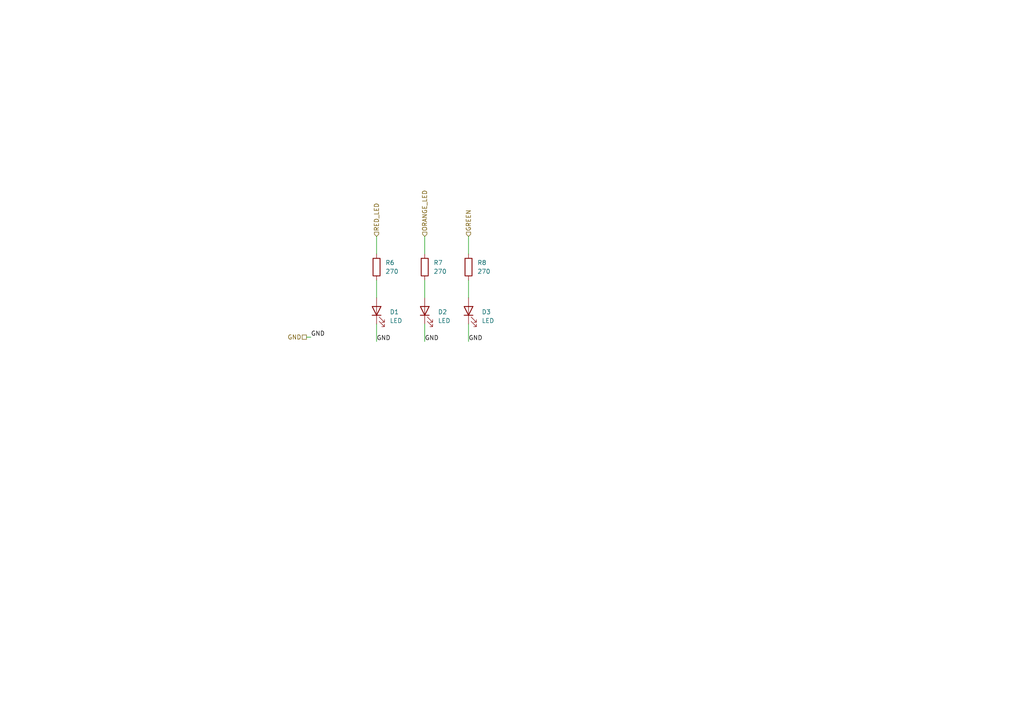
<source format=kicad_sch>
(kicad_sch (version 20231120) (generator "eeschema") (generator_version "8.0")
  (paper "A4")
  (title_block (title "LED interface") (date "2024-08-29") (rev "1.0") (company "Designed by CREPP-NLG"))
  (lib_symbols
    (symbol "Device:LED" (pin_numbers hide) (pin_names (offset 1.016) hide)
      (property "Reference" "D" (at 0 2.54 0))
      (property "Value" "LED" (at 0 -2.54 0))
      (symbol "LED_0_1"
        (polyline (pts (xy -1.27 -1.27) (xy -1.27 1.27)) (stroke (width 0.254)))
        (polyline (pts (xy -1.27 0) (xy 1.27 0)))
        (polyline (pts (xy 1.27 -1.27) (xy 1.27 1.27) (xy -1.27 0) (xy 1.27 -1.27)) (stroke (width 0.254)))
        (polyline (pts (xy -3.048 -0.762) (xy -4.572 -2.286) (xy -3.81 -2.286) (xy -4.572 -2.286) (xy -4.572 -1.524)))
        (polyline (pts (xy -1.778 -0.762) (xy -3.302 -2.286) (xy -2.54 -2.286) (xy -3.302 -2.286) (xy -3.302 -1.524)))
      )
      (symbol "LED_1_1"
        (pin passive line (at -3.81 0 0) (length 2.54) (name "K") (number "1"))
        (pin passive line (at 3.81 0 180) (length 2.54) (name "A") (number "2"))
      )
    )
    (symbol "Device:R" (pin_numbers hide) (pin_names (offset 0))
      (property "Reference" "R" (at 2.032 0 90))
      (property "Value" "R" (at 0 0 90))
      (symbol "R_0_1"
        (rectangle (start -1.016 -2.54) (end 1.016 2.54) (stroke (width 0.254)))
      )
      (symbol "R_1_1"
        (pin passive line (at 0 3.81 270) (length 1.27) (name "~") (number "1"))
        (pin passive line (at 0 -3.81 90) (length 1.27) (name "~") (number "2"))
      )
    )
  )
  (wire (pts (xy 135.89 68.58) (xy 135.89 73.66)))
  (wire (pts (xy 109.22 81.28) (xy 109.22 86.36)))
  (wire (pts (xy 109.22 68.58) (xy 109.22 73.66)))
  (wire (pts (xy 88.9 97.79) (xy 90.17 97.79)))
  (wire (pts (xy 109.22 93.98) (xy 109.22 99.06)))
  (wire (pts (xy 123.19 81.28) (xy 123.19 86.36)))
  (wire (pts (xy 135.89 93.98) (xy 135.89 99.06)))
  (wire (pts (xy 135.89 81.28) (xy 135.89 86.36)))
  (wire (pts (xy 123.19 93.98) (xy 123.19 99.06)))
  (wire (pts (xy 123.19 68.58) (xy 123.19 73.66)))
  (label "GND" (at 109.22 99.06 0))
  (label "GND" (at 123.19 99.06 0))
  (label "GND" (at 135.89 99.06 0))
  (label "GND" (at 90.17 97.79 0))
  (hierarchical_label "GREEN" (shape input) (at 135.89 68.58 90))
  (hierarchical_label "GND" (shape passive) (at 88.9 97.79 180))
  (hierarchical_label "ORANGE_LED" (shape input) (at 123.19 68.58 90))
  (hierarchical_label "RED_LED" (shape input) (at 109.22 68.58 90))
  (symbol (lib_id "Device:R") (at 123.19 77.47 0) (unit 1)
    (property "Reference" "R7" (at 125.73 76.1999 0) (effects (justify left)))
    (property "Value" "270" (at 125.73 78.7399 0) (effects (justify left)))
    (property "Footprint" "Resistor_THT:R_Axial_DIN0207_L6.3mm_D2.5mm_P7.62mm_Horizontal" (effects (hide yes)))
    (property "Description" "Resistor" (effects (hide yes)))
  )
  (symbol (lib_id "Device:LED") (at 123.19 90.17 90) (unit 1)
    (property "Reference" "D2" (at 127 90.4874 90) (effects (justify right)))
    (property "Value" "LED" (at 127 93.0274 90) (effects (justify right)))
    (property "Footprint" "LED_THT:LED_D5.0mm" (effects (hide yes)))
    (property "Description" "Light emitting diode" (effects (hide yes)))
  )
  (symbol (lib_id "Device:LED") (at 135.89 90.17 90) (unit 1)
    (property "Reference" "D3" (at 139.7 90.4874 90) (effects (justify right)))
    (property "Value" "LED" (at 139.7 93.0274 90) (effects (justify right)))
    (property "Footprint" "LED_THT:LED_D5.0mm" (effects (hide yes)))
    (property "Description" "Light emitting diode" (effects (hide yes)))
  )
  (symbol (lib_id "Device:LED") (at 109.22 90.17 90) (unit 1)
    (property "Reference" "D1" (at 113.03 90.4874 90) (effects (justify right)))
    (property "Value" "LED" (at 113.03 93.0274 90) (effects (justify right)))
    (property "Footprint" "LED_THT:LED_D5.0mm" (effects (hide yes)))
    (property "Description" "Light emitting diode" (effects (hide yes)))
  )
  (symbol (lib_id "Device:R") (at 135.89 77.47 0) (unit 1)
    (property "Reference" "R8" (at 138.43 76.1999 0) (effects (justify left)))
    (property "Value" "270" (at 138.43 78.7399 0) (effects (justify left)))
    (property "Footprint" "Resistor_THT:R_Axial_DIN0207_L6.3mm_D2.5mm_P7.62mm_Horizontal" (effects (hide yes)))
    (property "Description" "Resistor" (effects (hide yes)))
  )
  (symbol (lib_id "Device:R") (at 109.22 77.47 0) (unit 1)
    (property "Reference" "R6" (at 111.76 76.1999 0) (effects (justify left)))
    (property "Value" "270" (at 111.76 78.7399 0) (effects (justify left)))
    (property "Footprint" "Resistor_THT:R_Axial_DIN0207_L6.3mm_D2.5mm_P7.62mm_Horizontal" (effects (hide yes)))
    (property "Description" "Resistor" (effects (hide yes)))
  )
)
</source>
